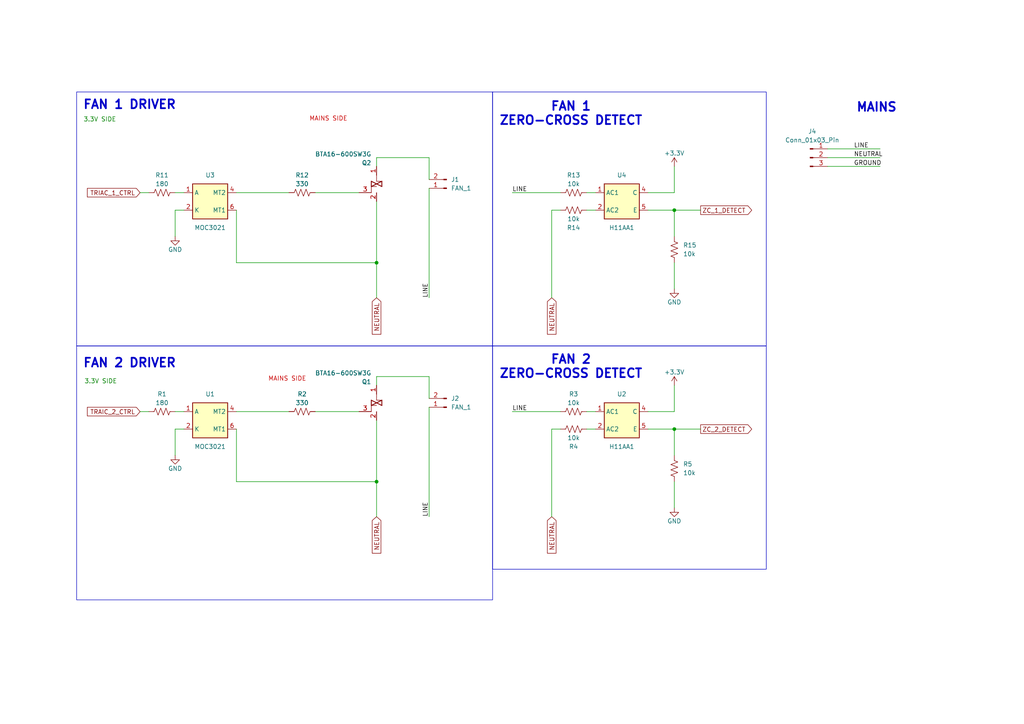
<source format=kicad_sch>
(kicad_sch (version 20250114) (generator "eeschema") (generator_version "9.0")
  (paper "A4")
  (title_block (title "Bramble Triac Driver") (date "2025-12-01") (rev "1.0") (comment 1 "Phase-angle control for AC loads"))
  (lib_symbols
    (symbol "Connector:Conn_01x02_Pin" (pin_names (offset 1.016) (hide yes))
      (property "Reference" "J" (at 0 2.54 0))
      (property "Value" "Conn_01x02_Pin" (at 0 -5.08 0))
      (symbol "Conn_01x02_Pin_1_1"
        (rectangle (start 0.8636 0.127) (end 0 -0.127) (stroke (width 0.1524)) (fill (type outline)))
        (rectangle (start 0.8636 -2.413) (end 0 -2.667) (stroke (width 0.1524)) (fill (type outline)))
        (polyline (pts (xy 1.27 0) (xy 0.8636 0)) (stroke (width 0.1524)))
        (polyline (pts (xy 1.27 -2.54) (xy 0.8636 -2.54)) (stroke (width 0.1524)))
        (pin passive line (at 5.08 0 180) (length 3.81) (name "Pin_1") (number "1"))
        (pin passive line (at 5.08 -2.54 180) (length 3.81) (name "Pin_2") (number "2"))
      )
    )
    (symbol "Connector:Conn_01x03_Pin" (pin_names (offset 1.016) (hide yes))
      (property "Reference" "J" (at 0 5.08 0))
      (property "Value" "Conn_01x03_Pin" (at 0 -5.08 0))
      (symbol "Conn_01x03_Pin_1_1"
        (rectangle (start 0.8636 2.667) (end 0 2.413) (stroke (width 0.1524)) (fill (type outline)))
        (rectangle (start 0.8636 0.127) (end 0 -0.127) (stroke (width 0.1524)) (fill (type outline)))
        (rectangle (start 0.8636 -2.413) (end 0 -2.667) (stroke (width 0.1524)) (fill (type outline)))
        (polyline (pts (xy 1.27 2.54) (xy 0.8636 2.54)) (stroke (width 0.1524)))
        (polyline (pts (xy 1.27 0) (xy 0.8636 0)) (stroke (width 0.1524)))
        (polyline (pts (xy 1.27 -2.54) (xy 0.8636 -2.54)) (stroke (width 0.1524)))
        (pin passive line (at 5.08 2.54 180) (length 3.81) (name "Pin_1") (number "1"))
        (pin passive line (at 5.08 0 180) (length 3.81) (name "Pin_2") (number "2"))
        (pin passive line (at 5.08 -2.54 180) (length 3.81) (name "Pin_3") (number "3"))
      )
    )
    (symbol "Device:R_US" (pin_numbers (hide yes)) (pin_names (offset 0))
      (property "Reference" "R" (at 2.54 0 90))
      (property "Value" "R_US" (at -2.54 0 90))
      (symbol "R_US_0_1"
        (polyline (pts (xy 0 2.286) (xy 0 2.54)))
        (polyline (pts (xy 0 2.286) (xy 1.016 1.905) (xy 0 1.524) (xy -1.016 1.143) (xy 0 0.762)))
        (polyline (pts (xy 0 0.762) (xy 1.016 0.381) (xy 0 0) (xy -1.016 -0.381) (xy 0 -0.762)))
        (polyline (pts (xy 0 -0.762) (xy 1.016 -1.143) (xy 0 -1.524) (xy -1.016 -1.905) (xy 0 -2.286)))
        (polyline (pts (xy 0 -2.286) (xy 0 -2.54)))
      )
      (symbol "R_US_1_1"
        (pin passive line (at 0 3.81 270) (length 1.27) (name "~") (number "1"))
        (pin passive line (at 0 -3.81 90) (length 1.27) (name "~") (number "2"))
      )
    )
    (symbol "Isolator:H11AA1"
      (property "Reference" "U" (at -5.08 6.35 0))
      (property "Value" "H11AA1" (at -5.08 -6.35 0))
      (symbol "H11AA1_0_1"
        (rectangle (start -5.08 5.08) (end 5.08 -5.08) (stroke (width 0.254)) (fill (type background)))
      )
      (symbol "H11AA1_1_1"
        (pin passive line (at -7.62 2.54 0) (length 2.54) (name "AC1") (number "1"))
        (pin passive line (at -7.62 -2.54 0) (length 2.54) (name "AC2") (number "2"))
        (pin passive line (at 7.62 2.54 180) (length 2.54) (name "C") (number "4"))
        (pin passive line (at 7.62 -2.54 180) (length 2.54) (name "E") (number "5"))
      )
    )
    (symbol "Isolator:MOC3021M"
      (property "Reference" "U" (at -5.08 6.35 0))
      (property "Value" "MOC3021M" (at -5.08 -6.35 0))
      (symbol "MOC3021M_0_1"
        (rectangle (start -5.08 5.08) (end 5.08 -5.08) (stroke (width 0.254)) (fill (type background)))
      )
      (symbol "MOC3021M_1_1"
        (pin passive line (at -7.62 2.54 0) (length 2.54) (name "A") (number "1"))
        (pin passive line (at -7.62 -2.54 0) (length 2.54) (name "K") (number "2"))
        (pin passive line (at 7.62 2.54 180) (length 2.54) (name "MT2") (number "4"))
        (pin passive line (at 7.62 -2.54 180) (length 2.54) (name "MT1") (number "6"))
      )
    )
    (symbol "Triac:BTA16-600SW3G" (pin_names (offset 0) (hide yes))
      (property "Reference" "Q" (at 5.08 1.27 0))
      (property "Value" "BTA16-600SW3G" (at 5.08 -1.27 0))
      (symbol "BTA16-600SW3G_0_1"
        (polyline (pts (xy -1.524 0.762) (xy -1.524 -0.762)) (stroke (width 0.254)))
        (polyline (pts (xy -1.524 0.762) (xy 1.524 -0.762)) (stroke (width 0.254)))
        (polyline (pts (xy -1.524 -2.54) (xy -1.524 -0.762) (xy 0 -0.762)))
        (polyline (pts (xy 1.524 0.762) (xy -1.524 -0.762)) (stroke (width 0.254)))
        (polyline (pts (xy 1.524 0.762) (xy 1.524 -0.762)) (stroke (width 0.254)))
        (polyline (pts (xy 1.524 0.762) (xy 0 0.762) (xy 0 2.54)))
      )
      (symbol "BTA16-600SW3G_1_1"
        (pin input line (at -5.08 -2.54 0) (length 3.556) (name "G") (number "3"))
        (pin passive line (at 0 5.08 270) (length 2.54) (name "MT2") (number "1"))
        (pin passive line (at 0 -5.08 90) (length 2.54) (name "MT1") (number "2"))
      )
    )
    (symbol "power:+3.3V" (power) (pin_numbers (hide yes)) (pin_names (offset 0) (hide yes))
      (property "Value" "+3.3V" (at 0 3.556 0))
      (symbol "+3.3V_0_1"
        (polyline (pts (xy -0.762 1.27) (xy 0 2.54)))
        (polyline (pts (xy 0 2.54) (xy 0.762 1.27)))
        (polyline (pts (xy 0 0) (xy 0 2.54)))
      )
      (symbol "+3.3V_1_1"
        (pin power_in line (at 0 0 90) (length 0) (name "~") (number "1"))
      )
    )
    (symbol "power:GND" (power) (pin_numbers (hide yes)) (pin_names (offset 0) (hide yes))
      (property "Value" "GND" (at 0 -3.81 0))
      (symbol "GND_0_1"
        (polyline (pts (xy 0 0) (xy 0 -1.27) (xy 1.27 -1.27) (xy 0 -2.54) (xy -1.27 -1.27) (xy 0 -1.27)))
      )
      (symbol "GND_1_1"
        (pin power_in line (at 0 0 270) (length 0) (name "~") (number "1"))
      )
    )
  )
  (rectangle (start 22.225 100.33) (end 142.875 173.99))
  (rectangle (start 142.875 100.33) (end 222.25 165.1))
  (rectangle (start 22.225 26.67) (end 142.875 100.33))
  (rectangle (start 142.875 26.67) (end 222.25 100.33))
  (text "FAN 1 DRIVER" (at 37.592 30.48 0) (effects (font (size 2.54 2.54) (bold yes))))
  (text "FAN 1\nZERO-CROSS DETECT" (at 165.608 33.02 0) (effects (font (size 2.54 2.54) (bold yes))))
  (text "3.3V SIDE" (at 28.956 34.798 0) (effects (font (size 1.27 1.27))))
  (text "MAINS SIDE" (at 95.25 34.544 0) (effects (font (size 1.27 1.27))))
  (text "MAINS SIDE" (at 83.312 109.982 0) (effects (font (size 1.27 1.27))))
  (text "MAINS" (at 254.254 31.242 0) (effects (font (size 2.54 2.54) (bold yes))))
  (text "FAN 2\nZERO-CROSS DETECT" (at 165.608 106.426 0) (effects (font (size 2.54 2.54) (bold yes))))
  (text "FAN 2 DRIVER" (at 37.592 105.41 0) (effects (font (size 2.54 2.54) (bold yes))))
  (text "3.3V SIDE" (at 29.21 110.744 0) (effects (font (size 1.27 1.27))))
  (junction (at 109.22 76.2))
  (junction (at 195.58 60.96))
  (junction (at 195.58 124.46))
  (junction (at 109.22 139.7))
  (wire (pts (xy 40.64 55.88) (xy 43.18 55.88)))
  (wire (pts (xy 50.8 55.88) (xy 53.34 55.88)))
  (wire (pts (xy 53.34 60.96) (xy 50.8 60.96)))
  (wire (pts (xy 50.8 60.96) (xy 50.8 68.58)))
  (wire (pts (xy 68.58 55.88) (xy 83.82 55.88)))
  (wire (pts (xy 68.58 60.96) (xy 68.58 76.2)))
  (wire (pts (xy 68.58 76.2) (xy 109.22 76.2)))
  (wire (pts (xy 91.44 55.88) (xy 104.14 55.88)))
  (wire (pts (xy 109.22 48.26) (xy 109.22 45.72)))
  (wire (pts (xy 109.22 58.42) (xy 109.22 76.2)))
  (wire (pts (xy 109.22 76.2) (xy 109.22 86.36)))
  (wire (pts (xy 109.22 45.72) (xy 124.46 45.72)))
  (wire (pts (xy 170.18 55.88) (xy 172.72 55.88)))
  (wire (pts (xy 172.72 60.96) (xy 170.18 60.96)))
  (wire (pts (xy 162.56 60.96) (xy 160.02 60.96)))
  (wire (pts (xy 160.02 60.96) (xy 160.02 86.36)))
  (wire (pts (xy 187.96 55.88) (xy 195.58 55.88)))
  (wire (pts (xy 195.58 55.88) (xy 195.58 48.26)))
  (wire (pts (xy 187.96 60.96) (xy 195.58 60.96)))
  (wire (pts (xy 195.58 60.96) (xy 195.58 68.58)))
  (wire (pts (xy 195.58 76.2) (xy 195.58 83.82)))
  (wire (pts (xy 195.58 60.96) (xy 203.2 60.96)))
  (wire (pts (xy 109.22 121.92) (xy 109.22 139.7)))
  (wire (pts (xy 148.59 119.38) (xy 162.56 119.38)))
  (wire (pts (xy 187.96 124.46) (xy 195.58 124.46)))
  (wire (pts (xy 124.46 45.72) (xy 124.46 52.07)))
  (wire (pts (xy 109.22 109.22) (xy 124.46 109.22)))
  (wire (pts (xy 240.03 48.26) (xy 255.27 48.26)))
  (wire (pts (xy 240.03 45.72) (xy 255.27 45.72)))
  (wire (pts (xy 195.58 139.7) (xy 195.58 147.32)))
  (wire (pts (xy 240.03 43.18) (xy 255.27 43.18)))
  (wire (pts (xy 195.58 124.46) (xy 203.2 124.46)))
  (wire (pts (xy 170.18 119.38) (xy 172.72 119.38)))
  (wire (pts (xy 91.44 119.38) (xy 104.14 119.38)))
  (wire (pts (xy 50.8 124.46) (xy 50.8 132.08)))
  (wire (pts (xy 160.02 124.46) (xy 160.02 149.86)))
  (wire (pts (xy 124.46 54.61) (xy 124.46 86.36)))
  (wire (pts (xy 68.58 119.38) (xy 83.82 119.38)))
  (wire (pts (xy 187.96 119.38) (xy 195.58 119.38)))
  (wire (pts (xy 109.22 139.7) (xy 109.22 149.86)))
  (wire (pts (xy 162.56 124.46) (xy 160.02 124.46)))
  (wire (pts (xy 40.64 119.38) (xy 43.18 119.38)))
  (wire (pts (xy 195.58 124.46) (xy 195.58 132.08)))
  (wire (pts (xy 109.22 111.76) (xy 109.22 109.22)))
  (wire (pts (xy 195.58 119.38) (xy 195.58 111.76)))
  (wire (pts (xy 124.46 109.22) (xy 124.46 115.57)))
  (wire (pts (xy 68.58 139.7) (xy 109.22 139.7)))
  (wire (pts (xy 124.46 118.11) (xy 124.46 149.86)))
  (wire (pts (xy 148.59 55.88) (xy 162.56 55.88)))
  (wire (pts (xy 68.58 124.46) (xy 68.58 139.7)))
  (wire (pts (xy 50.8 119.38) (xy 53.34 119.38)))
  (wire (pts (xy 172.72 124.46) (xy 170.18 124.46)))
  (wire (pts (xy 53.34 124.46) (xy 50.8 124.46)))
  (label "NEUTRAL" (at 247.65 45.72 0))
  (label "LINE" (at 247.65 43.18 0))
  (label "LINE" (at 148.59 119.38 0))
  (label "GROUND" (at 247.65 48.26 0))
  (label "LINE" (at 148.59 55.88 0))
  (label "LINE" (at 124.46 149.86 90))
  (label "LINE" (at 124.46 86.36 90))
  (global_label "TRIAC_1_CTRL" (shape input) (at 40.64 55.88 180) (property "Intersheetrefs" "${INTERSHEET_REFS}" (effects (hide yes))))
  (global_label "ZC_1_DETECT" (shape output) (at 203.2 60.96 0) (property "Intersheetrefs" "${INTERSHEET_REFS}" (effects (hide yes))))
  (global_label "NEUTRAL" (shape input) (at 109.22 86.36 270) (property "Intersheetrefs" "${INTERSHEET_REFS}" (effects (hide yes))))
  (global_label "NEUTRAL" (shape input) (at 160.02 86.36 270) (property "Intersheetrefs" "${INTERSHEET_REFS}" (effects (hide yes))))
  (global_label "NEUTRAL" (shape input) (at 109.22 149.86 270) (property "Intersheetrefs" "${INTERSHEET_REFS}" (effects (hide yes))))
  (global_label "NEUTRAL" (shape input) (at 160.02 149.86 270) (property "Intersheetrefs" "${INTERSHEET_REFS}" (effects (hide yes))))
  (global_label "ZC_2_DETECT" (shape output) (at 203.2 124.46 0) (property "Intersheetrefs" "${INTERSHEET_REFS}" (effects (hide yes))))
  (global_label "TRAIC_2_CTRL" (shape input) (at 40.64 119.38 180) (property "Intersheetrefs" "${INTERSHEET_REFS}" (effects (hide yes))))
  (symbol (lib_id "Device:R_US") (at 166.37 119.38 90) (unit 1)
    (property "Reference" "R3" (at 166.37 114.3 90))
    (property "Value" "10k" (at 166.37 116.84 90))
    (property "Footprint" "Resistor_SMD:R_0805_2012Metric" (effects (hide yes)))
    (property "Description" "ZC current limit" (effects (hide yes)))
  )
  (symbol (lib_id "Device:R_US") (at 46.99 55.88 90) (unit 1)
    (property "Reference" "R11" (at 46.99 50.8 90))
    (property "Value" "180" (at 46.99 53.34 90))
    (property "Footprint" "Resistor_SMD:R_0805_2012Metric" (effects (hide yes)))
    (property "Description" "LED current limit" (effects (hide yes)))
  )
  (symbol (lib_id "Isolator:MOC3021M") (at 60.96 58.42 0) (unit 1)
    (property "Reference" "U3" (at 60.96 50.8 0))
    (property "Value" "MOC3021" (at 60.96 66.04 0))
    (property "Footprint" "Package_DIP:DIP-6_W7.62mm" (effects (hide yes)))
  )
  (symbol (lib_id "Device:R_US") (at 87.63 55.88 90) (unit 1)
    (property "Reference" "R12" (at 87.63 50.8 90))
    (property "Value" "330" (at 87.63 53.34 90))
    (property "Footprint" "Resistor_SMD:R_0805_2012Metric" (effects (hide yes)))
    (property "Description" "Gate current limit" (effects (hide yes)))
  )
  (symbol (lib_id "Triac:BTA16-600SW3G") (at 109.22 53.34 0) (unit 1)
    (property "Reference" "Q2" (at 107.696 47.244 0) (effects (justify right)))
    (property "Value" "BTA16-600SW3G" (at 107.696 44.704 0) (effects (justify right)))
    (property "Footprint" "TerminalBlock_Phoenix:TerminalBlock_Phoenix_MKDS-1,5-2-5.08_1x02_P5.08mm_Horizontal" (effects (hide yes)))
  )
  (symbol (lib_id "power:GND") (at 50.8 68.58 0) (unit 1)
    (property "Reference" "#PWR01" (effects (hide yes)))
    (property "Value" "GND" (at 50.8 72.39 0))
  )
  (symbol (lib_id "Device:R_US") (at 166.37 55.88 90) (unit 1)
    (property "Reference" "R13" (at 166.37 50.8 90))
    (property "Value" "10k" (at 166.37 53.34 90))
    (property "Footprint" "Resistor_SMD:R_0805_2012Metric" (effects (hide yes)))
    (property "Description" "ZC current limit" (effects (hide yes)))
  )
  (symbol (lib_id "Device:R_US") (at 166.37 60.96 90) (unit 1)
    (property "Reference" "R14" (at 166.37 66.04 90))
    (property "Value" "10k" (at 166.37 63.5 90))
    (property "Footprint" "Resistor_SMD:R_0805_2012Metric" (effects (hide yes)))
    (property "Description" "ZC current limit" (effects (hide yes)))
  )
  (symbol (lib_id "Isolator:H11AA1") (at 180.34 58.42 0) (unit 1)
    (property "Reference" "U4" (at 180.34 50.8 0))
    (property "Value" "H11AA1" (at 180.34 66.04 0))
    (property "Footprint" "Package_DIP:DIP-6_W7.62mm" (effects (hide yes)))
  )
  (symbol (lib_id "Device:R_US") (at 195.58 72.39 0) (unit 1)
    (property "Reference" "R15" (at 198.12 71.12 0) (effects (justify left)))
    (property "Value" "10k" (at 198.12 73.66 0) (effects (justify left)))
    (property "Footprint" "Resistor_SMD:R_0805_2012Metric" (effects (hide yes)))
    (property "Description" "Pull-down" (effects (hide yes)))
  )
  (symbol (lib_id "power:+3.3V") (at 195.58 48.26 0) (unit 1)
    (property "Reference" "#PWR02" (effects (hide yes)))
    (property "Value" "+3.3V" (at 195.58 44.45 0))
  )
  (symbol (lib_id "power:GND") (at 195.58 83.82 0) (unit 1)
    (property "Reference" "#PWR03" (effects (hide yes)))
    (property "Value" "GND" (at 195.58 87.63 0))
  )
  (symbol (lib_id "Isolator:MOC3021M") (at 60.96 121.92 0) (unit 1)
    (property "Reference" "U1" (at 60.96 114.3 0))
    (property "Value" "MOC3021" (at 60.96 129.54 0))
    (property "Footprint" "Package_DIP:DIP-6_W7.62mm" (effects (hide yes)))
  )
  (symbol (lib_id "Device:R_US") (at 46.99 119.38 90) (unit 1)
    (property "Reference" "R1" (at 46.99 114.3 90))
    (property "Value" "180" (at 46.99 116.84 90))
    (property "Footprint" "Resistor_SMD:R_0805_2012Metric" (effects (hide yes)))
    (property "Description" "LED current limit" (effects (hide yes)))
  )
  (symbol (lib_id "Triac:BTA16-600SW3G") (at 109.22 116.84 0) (unit 1)
    (property "Reference" "Q1" (at 107.696 110.744 0) (effects (justify right)))
    (property "Value" "BTA16-600SW3G" (at 107.696 108.204 0) (effects (justify right)))
    (property "Footprint" "Package_TO_SOT_THT:TO-220-3_Vertical" (effects (hide yes)))
    (property "Datasheet" "TerminalBlock_Phoenix:TerminalBlock_Phoenix_MKDS-1,5-2-5.08_1x02_P5.08mm_Horizontal" (effects (hide yes)))
  )
  (symbol (lib_id "Device:R_US") (at 87.63 119.38 90) (unit 1)
    (property "Reference" "R2" (at 87.63 114.3 90))
    (property "Value" "330" (at 87.63 116.84 90))
    (property "Footprint" "Resistor_SMD:R_0805_2012Metric" (effects (hide yes)))
    (property "Description" "Gate current limit" (effects (hide yes)))
  )
  (symbol (lib_id "Device:R_US") (at 166.37 124.46 90) (unit 1)
    (property "Reference" "R4" (at 166.37 129.54 90))
    (property "Value" "10k" (at 166.37 127 90))
    (property "Footprint" "Resistor_SMD:R_0805_2012Metric" (effects (hide yes)))
    (property "Description" "ZC current limit" (effects (hide yes)))
  )
  (symbol (lib_id "Device:R_US") (at 195.58 135.89 0) (unit 1)
    (property "Reference" "R5" (at 198.12 134.62 0) (effects (justify left)))
    (property "Value" "10k" (at 198.12 137.16 0) (effects (justify left)))
    (property "Footprint" "Resistor_SMD:R_0805_2012Metric" (effects (hide yes)))
    (property "Description" "Pull-down" (effects (hide yes)))
  )
  (symbol (lib_id "Connector:Conn_01x02_Pin") (at 129.54 118.11 180) (unit 1)
    (property "Reference" "J2" (at 130.81 115.5699 0) (effects (justify right)))
    (property "Value" "FAN_1" (at 130.81 118.1099 0) (effects (justify right)))
    (property "Description" "Generic connector, single row, 01x02, script generated" (effects (hide yes)))
  )
  (symbol (lib_id "Connector:Conn_01x02_Pin") (at 129.54 54.61 180) (unit 1)
    (property "Reference" "J1" (at 130.81 52.0699 0) (effects (justify right)))
    (property "Value" "FAN_1" (at 130.81 54.6099 0) (effects (justify right)))
    (property "Description" "Generic connector, single row, 01x02, script generated" (effects (hide yes)))
  )
  (symbol (lib_id "Connector:Conn_01x03_Pin") (at 234.95 45.72 0) (unit 1)
    (property "Reference" "J4" (at 235.585 38.1 0))
    (property "Value" "Conn_01x03_Pin" (at 235.585 40.64 0))
    (property "Footprint" "TerminalBlock_Phoenix:TerminalBlock_Phoenix_MKDS-1,5-3-5.08_1x03_P5.08mm_Horizontal" (effects (hide yes)))
    (property "Description" "Generic connector, single row, 01x03, script generated" (effects (hide yes)))
  )
  (symbol (lib_id "power:GND") (at 195.58 147.32 0) (unit 1)
    (property "Reference" "#PWR06" (effects (hide yes)))
    (property "Value" "GND" (at 195.58 151.13 0))
  )
  (symbol (lib_id "power:+3.3V") (at 195.58 111.76 0) (unit 1)
    (property "Reference" "#PWR05" (effects (hide yes)))
    (property "Value" "+3.3V" (at 195.58 107.95 0))
  )
  (symbol (lib_id "power:GND") (at 50.8 132.08 0) (unit 1)
    (property "Reference" "#PWR04" (effects (hide yes)))
    (property "Value" "GND" (at 50.8 135.89 0))
  )
  (symbol (lib_id "Isolator:H11AA1") (at 180.34 121.92 0) (unit 1)
    (property "Reference" "U2" (at 180.34 114.3 0))
    (property "Value" "H11AA1" (at 180.34 129.54 0))
    (property "Footprint" "Package_DIP:DIP-6_W7.62mm" (effects (hide yes)))
  )
)
</source>
